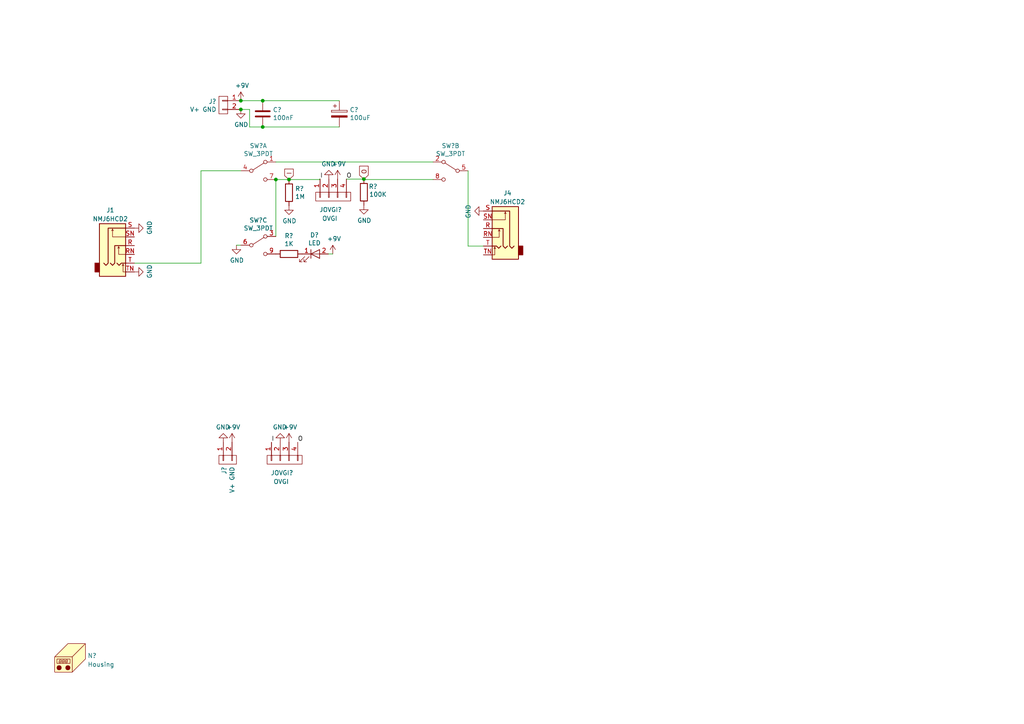
<source format=kicad_sch>
(kicad_sch (version 20230121) (generator eeschema)
  (paper "A4")
  (lib_symbols
    (symbol "1590B-rescue:C-device" (pin_numbers hide) (pin_names (offset 0.254))
      (property "Reference" "C" (at 0.635 2.54 0))
      (property "Value" "device:C" (at 0.635 -2.54 0))
      (symbol "C-device_0_1"
        (polyline (pts (xy -2.032 -0.762) (xy 2.032 -0.762)) (stroke (width 0.508)))
        (polyline (pts (xy -2.032 0.762) (xy 2.032 0.762)) (stroke (width 0.508)))
      )
      (symbol "C-device_1_1"
        (pin passive line (at 0 3.81 270) (length 2.794) (name "~") (number "1"))
        (pin passive line (at 0 -3.81 90) (length 2.794) (name "~") (number "2"))
      )
    )
    (symbol "1590B-rescue:CONN_01X02-conn" (pin_names (offset 1.016) hide)
      (property "Reference" "J" (at 0 3.81 0))
      (property "Value" "conn:CONN_01X02" (at 2.54 0 90))
      (symbol "CONN_01X02-conn_0_1"
        (rectangle (start -1.27 -1.143) (end 0.254 -1.397))
        (rectangle (start -1.27 1.397) (end 0.254 1.143))
        (rectangle (start -1.27 2.54) (end 1.27 -2.54))
      )
      (symbol "CONN_01X02-conn_1_1"
        (pin passive line (at -5.08 1.27 0) (length 3.81) (name "P1") (number "1"))
        (pin passive line (at -5.08 -1.27 0) (length 3.81) (name "P2") (number "2"))
      )
    )
    (symbol "1590B-rescue:CONN_01X04-conn" (pin_names (offset 1.016) hide)
      (property "Reference" "J" (at 0 6.35 0))
      (property "Value" "conn:CONN_01X04" (at 2.54 0 90))
      (symbol "CONN_01X04-conn_0_1"
        (rectangle (start -1.27 -3.683) (end 0.254 -3.937))
        (rectangle (start -1.27 -1.143) (end 0.254 -1.397))
        (rectangle (start -1.27 1.397) (end 0.254 1.143))
        (rectangle (start -1.27 3.937) (end 0.254 3.683))
        (rectangle (start -1.27 5.08) (end 1.27 -5.08))
      )
      (symbol "CONN_01X04-conn_1_1"
        (pin passive line (at -5.08 3.81 0) (length 3.81) (name "P1") (number "1"))
        (pin passive line (at -5.08 1.27 0) (length 3.81) (name "P2") (number "2"))
        (pin passive line (at -5.08 -1.27 0) (length 3.81) (name "P3") (number "3"))
        (pin passive line (at -5.08 -3.81 0) (length 3.81) (name "P4") (number "4"))
      )
    )
    (symbol "1590B-rescue:CP-device" (pin_numbers hide) (pin_names (offset 0.254))
      (property "Reference" "C" (at 0.635 2.54 0))
      (property "Value" "device:CP" (at 0.635 -2.54 0))
      (symbol "CP-device_0_1"
        (rectangle (start -2.286 0.508) (end -2.286 1.016))
        (rectangle (start -2.286 0.508) (end 2.286 0.508))
        (polyline (pts (xy -1.778 2.286) (xy -0.762 2.286)))
        (polyline (pts (xy -1.27 2.794) (xy -1.27 1.778)))
        (rectangle (start 2.286 -0.508) (end -2.286 -1.016) (fill (type outline)))
        (rectangle (start 2.286 1.016) (end -2.286 1.016))
        (rectangle (start 2.286 1.016) (end 2.286 0.508))
      )
      (symbol "CP-device_1_1"
        (pin passive line (at 0 3.81 270) (length 2.794) (name "~") (number "1"))
        (pin passive line (at 0 -3.81 90) (length 2.794) (name "~") (number "2"))
      )
    )
    (symbol "1590B-rescue:LED-device" (pin_names (offset 1.016) hide)
      (property "Reference" "D" (at 0 2.54 0))
      (property "Value" "device:LED" (at 0 -2.54 0))
      (symbol "LED-device_0_1"
        (polyline (pts (xy -1.27 -1.27) (xy -1.27 1.27)) (stroke (width 0.2032)))
        (polyline (pts (xy -1.27 0) (xy 1.27 0)))
        (polyline (pts (xy 1.27 -1.27) (xy 1.27 1.27) (xy -1.27 0) (xy 1.27 -1.27)) (stroke (width 0.2032)))
        (polyline (pts (xy -3.048 -0.762) (xy -4.572 -2.286) (xy -3.81 -2.286) (xy -4.572 -2.286) (xy -4.572 -1.524)))
        (polyline (pts (xy -1.778 -0.762) (xy -3.302 -2.286) (xy -2.54 -2.286) (xy -3.302 -2.286) (xy -3.302 -1.524)))
      )
      (symbol "LED-device_1_1"
        (pin passive line (at -3.81 0 0) (length 2.54) (name "K") (number "1"))
        (pin passive line (at 3.81 0 180) (length 2.54) (name "A") (number "2"))
      )
    )
    (symbol "1590B-rescue:R-device" (pin_numbers hide) (pin_names (offset 0))
      (property "Reference" "R" (at 2.032 0 90))
      (property "Value" "device:R" (at 0 0 90))
      (symbol "R-device_0_1"
        (rectangle (start -1.016 -2.54) (end 1.016 2.54) (stroke (width 0.254)))
      )
      (symbol "R-device_1_1"
        (pin passive line (at 0 3.81 270) (length 1.27) (name "~") (number "1"))
        (pin passive line (at 0 -3.81 90) (length 1.27) (name "~") (number "2"))
      )
    )
    (symbol "1590B-rescue:SW_3PDT-switches" (pin_names (offset 0) hide)
      (property "Reference" "SW" (at 0 4.318 0))
      (property "Value" "switches:SW_3PDT" (at 0 -5.08 0))
      (symbol "SW_3PDT-switches_0_0"
        (circle (center -2.032 0) (radius 0.508))
        (circle (center 2.032 -2.54) (radius 0.508))
      )
      (symbol "SW_3PDT-switches_0_1"
        (polyline (pts (xy -1.524 0.254) (xy 1.651 2.286)))
        (circle (center 2.032 2.54) (radius 0.508))
      )
      (symbol "SW_3PDT-switches_1_1"
        (pin passive line (at 5.08 2.54 180) (length 2.54) (name "A") (number "1"))
        (pin passive line (at -5.08 0 0) (length 2.54) (name "B") (number "4"))
        (pin passive line (at 5.08 -2.54 180) (length 2.54) (name "C") (number "7"))
      )
      (symbol "SW_3PDT-switches_2_1"
        (pin passive line (at 5.08 2.54 180) (length 2.54) (name "A") (number "2"))
        (pin passive line (at -5.08 0 0) (length 2.54) (name "B") (number "5"))
        (pin passive line (at 5.08 -2.54 180) (length 2.54) (name "C") (number "8"))
      )
      (symbol "SW_3PDT-switches_3_1"
        (pin passive line (at 5.08 2.54 180) (length 2.54) (name "A") (number "3"))
        (pin passive line (at -5.08 0 0) (length 2.54) (name "B") (number "6"))
        (pin passive line (at 5.08 -2.54 180) (length 2.54) (name "C") (number "9"))
      )
    )
    (symbol "Connector_Audio:NMJ6HCD2"
      (property "Reference" "J" (at 0 11.43 0))
      (property "Value" "NMJ6HCD2" (at 0 8.89 0))
      (symbol "NMJ6HCD2_0_1"
        (rectangle (start -5.08 -5.08) (end -6.35 -7.62) (stroke (width 0.254)) (fill (type outline)))
        (polyline (pts (xy -1.27 4.826) (xy -1.016 4.318)))
        (polyline (pts (xy 0.508 -0.254) (xy 0.762 -0.762)))
        (polyline (pts (xy 1.778 -5.334) (xy 2.032 -5.842)))
        (polyline (pts (xy 0 -5.08) (xy 0.635 -5.715) (xy 1.27 -5.08) (xy 2.54 -5.08)) (stroke (width 0.254)))
        (polyline (pts (xy 2.54 -7.62) (xy 1.778 -7.62) (xy 1.778 -5.334) (xy 1.524 -5.842)))
        (polyline (pts (xy 2.54 -2.54) (xy 0.508 -2.54) (xy 0.508 -0.254) (xy 0.254 -0.762)))
        (polyline (pts (xy 2.54 2.54) (xy -1.27 2.54) (xy -1.27 4.826) (xy -1.524 4.318)))
        (polyline (pts (xy -1.905 -5.08) (xy -1.27 -5.715) (xy -0.635 -5.08) (xy -0.635 0) (xy 2.54 0)) (stroke (width 0.254)))
        (polyline (pts (xy 2.54 5.08) (xy -2.54 5.08) (xy -2.54 -5.08) (xy -3.175 -5.715) (xy -3.81 -5.08)) (stroke (width 0.254)))
        (rectangle (start 2.54 6.35) (end -5.08 -8.89) (stroke (width 0.254)) (fill (type background)))
      )
      (symbol "NMJ6HCD2_1_1"
        (pin passive line (at 5.08 0 180) (length 2.54) (name "~") (number "R"))
        (pin passive line (at 5.08 -2.54 180) (length 2.54) (name "~") (number "RN"))
        (pin passive line (at 5.08 5.08 180) (length 2.54) (name "~") (number "S"))
        (pin passive line (at 5.08 2.54 180) (length 2.54) (name "~") (number "SN"))
        (pin passive line (at 5.08 -5.08 180) (length 2.54) (name "~") (number "T"))
        (pin passive line (at 5.08 -7.62 180) (length 2.54) (name "~") (number "TN"))
      )
    )
    (symbol "Mechanical:Housing" (pin_names (offset 1.016))
      (property "Reference" "N" (at 3.81 0 0))
      (property "Value" "Housing" (at 3.81 -1.905 0))
      (symbol "Housing_0_1"
        (rectangle (start -5.08 -0.635) (end -1.27 -1.905))
        (circle (center -4.445 -3.175) (radius 0.635) (fill (type outline)))
        (circle (center -1.905 -3.175) (radius 0.635) (fill (type outline)))
        (polyline (pts (xy -4.5212 -1.5748) (xy -4.4704 -1.3716)))
        (polyline (pts (xy -4.4196 -1.6764) (xy -4.064 -1.6764)))
        (polyline (pts (xy -4.4196 -1.2192) (xy -4.3688 -0.9652)))
        (polyline (pts (xy -4.318 -1.3208) (xy -4.0132 -1.3208)))
        (polyline (pts (xy -4.2164 -0.9144) (xy -3.9116 -0.9144)))
        (polyline (pts (xy -3.9116 -1.6256) (xy -3.8608 -1.3716)))
        (polyline (pts (xy -3.81 -1.2192) (xy -3.7592 -0.9652)))
        (polyline (pts (xy -3.6068 -1.5748) (xy -3.556 -1.3716)))
        (polyline (pts (xy -3.5052 -1.6764) (xy -3.1496 -1.6764)))
        (polyline (pts (xy -3.5052 -1.2192) (xy -3.4544 -0.9652)))
        (polyline (pts (xy -3.4036 -1.3208) (xy -3.0988 -1.3208)))
        (polyline (pts (xy -3.302 -0.9144) (xy -2.9972 -0.9144)))
        (polyline (pts (xy -2.9972 -1.6256) (xy -2.9464 -1.3716)))
        (polyline (pts (xy -2.8956 -1.2192) (xy -2.8448 -0.9652)))
        (polyline (pts (xy -2.6924 -1.5748) (xy -2.6416 -1.3716)))
        (polyline (pts (xy -2.5908 -1.6764) (xy -2.2352 -1.6764)))
        (polyline (pts (xy -2.5908 -1.2192) (xy -2.54 -0.9652)))
        (polyline (pts (xy -2.4892 -1.3208) (xy -2.1844 -1.3208)))
        (polyline (pts (xy -2.3876 -0.9144) (xy -2.0828 -0.9144)))
        (polyline (pts (xy -2.0828 -1.6256) (xy -2.032 -1.3716)))
        (polyline (pts (xy -1.9812 -1.2192) (xy -1.9304 -0.9652)))
        (polyline (pts (xy -0.635 0) (xy -0.635 -4.445)))
        (polyline (pts (xy -5.715 0) (xy -0.635 0) (xy 3.175 3.81)))
        (polyline (pts (xy -5.715 0) (xy -5.715 -4.445) (xy -0.635 -4.445) (xy 3.175 -0.635) (xy 3.175 3.81) (xy -1.905 3.81) (xy -5.715 0)) (fill (type background)))
      )
    )
    (symbol "power:+9V" (power) (pin_names (offset 0))
      (property "Value" "+9V" (at 0 3.556 0))
      (symbol "+9V_0_1"
        (polyline (pts (xy -0.762 1.27) (xy 0 2.54)))
        (polyline (pts (xy 0 0) (xy 0 2.54)))
        (polyline (pts (xy 0 2.54) (xy 0.762 1.27)))
      )
      (symbol "+9V_1_1"
        (pin power_in line (at 0 0 90) (length 0) hide (name "+9V") (number "1"))
      )
    )
    (symbol "power:GND" (power) (pin_names (offset 0))
      (property "Value" "GND" (at 0 -3.81 0))
      (symbol "GND_0_1"
        (polyline (pts (xy 0 0) (xy 0 -1.27) (xy 1.27 -1.27) (xy 0 -2.54) (xy -1.27 -1.27) (xy 0 -1.27)))
      )
      (symbol "GND_1_1"
        (pin power_in line (at 0 0 270) (length 0) hide (name "GND") (number "1"))
      )
    )
  )
  (junction (at 76.2 36.83))
  (junction (at 105.537 51.943))
  (junction (at 80.01 52.07))
  (junction (at 83.82 52.07))
  (junction (at 69.85 31.75))
  (junction (at 69.85 29.21))
  (junction (at 76.2 29.21))
  (wire (pts (xy 72.39 36.83) (xy 76.2 36.83)))
  (wire (pts (xy 80.01 52.07) (xy 83.82 52.07)))
  (wire (pts (xy 92.71 52.07) (xy 83.82 52.07)))
  (wire (pts (xy 72.39 31.75) (xy 72.39 36.83)))
  (wire (pts (xy 69.85 71.12) (xy 68.58 71.12)))
  (wire (pts (xy 69.85 31.75) (xy 72.39 31.75)))
  (wire (pts (xy 105.791 51.943) (xy 105.537 51.943)))
  (wire (pts (xy 135.763 71.374) (xy 135.763 49.53)))
  (wire (pts (xy 58.293 76.327) (xy 58.293 49.53)))
  (wire (pts (xy 92.71 51.943) (xy 92.71 52.07)))
  (wire (pts (xy 80.01 52.07) (xy 80.01 68.58)))
  (wire (pts (xy 80.01 46.99) (xy 125.603 46.99)))
  (wire (pts (xy 140.208 71.374) (xy 135.763 71.374)))
  (wire (pts (xy 38.989 76.327) (xy 58.293 76.327)))
  (wire (pts (xy 58.293 49.53) (xy 69.85 49.53)))
  (wire (pts (xy 92.71 51.943) (xy 92.837 51.943)))
  (wire (pts (xy 76.2 36.83) (xy 98.425 36.83)))
  (wire (pts (xy 100.457 51.943) (xy 105.537 51.943)))
  (wire (pts (xy 98.425 29.21) (xy 76.2 29.21)))
  (wire (pts (xy 76.2 29.21) (xy 69.85 29.21)))
  (wire (pts (xy 95.25 73.66) (xy 96.52 73.66)))
  (wire (pts (xy 105.791 52.07) (xy 105.791 51.943)))
  (wire (pts (xy 105.791 52.07) (xy 125.603 52.07)))
  (label "O" (at 100.457 51.943 0))
  (label "I" (at 92.837 51.943 0))
  (label "I" (at 78.74 128.27 0))
  (label "O" (at 86.36 128.27 0))
  (global_label "I" (shape input) (at 83.82 52.07 90) (property "Intersheetrefs" "${INTERSHEET_REFS}" (effects hide)))
  (global_label "O" (shape input) (at 105.537 51.943 90) (property "Intersheetrefs" "${INTERSHEET_REFS}" (effects hide)))
  (symbol (lib_id "power:GND") (at 38.989 78.867 90) (unit 1)
    (property "Reference" "#PWR?" (effects hide))
    (property "Value" "GND" (at 43.3832 78.74 0))
    (instances (project "little-angel-v3-SMD" (path "" (reference "#PWR?") (unit 1)) (path "" (reference "#PWR011") (unit 1))))
  )
  (symbol (lib_id "power:GND") (at 140.208 61.214 270) (unit 1)
    (property "Reference" "#PWR?" (effects hide))
    (property "Value" "GND" (at 135.8138 61.341 0))
    (instances (project "little-angel-v3-SMD" (path "" (reference "#PWR?") (unit 1)) (path "" (reference "#PWR012") (unit 1))))
  )
  (symbol (lib_id "1590B-rescue:R-device") (at 83.82 55.88 0) (unit 1)
    (property "Reference" "R?" (at 85.598 54.7116 0) (effects (justify left)))
    (property "Value" "1M" (at 85.598 57.023 0) (effects (justify left)))
    (property "Footprint" "Resistor_SMD:R_0805_2012Metric_Pad1.20x1.40mm_HandSolder" (effects hide))
    (instances (project "little-angel-v3-SMD" (path "" (reference "R?") (unit 1)) (path "" (reference "R25") (unit 1))))
  )
  (symbol (lib_id "1590B-rescue:R-device") (at 105.537 55.753 0) (unit 1)
    (property "Reference" "R?" (at 106.934 54.102 0) (effects (justify left)))
    (property "Value" "100K" (at 107.061 56.388 0) (effects (justify left)))
    (property "Footprint" "Resistor_SMD:R_0805_2012Metric_Pad1.20x1.40mm_HandSolder" (effects hide))
    (instances (project "little-angel-v3-SMD" (path "" (reference "R?") (unit 1)) (path "" (reference "R27") (unit 1))))
  )
  (symbol (lib_id "power:GND") (at 38.989 66.167 90) (unit 1)
    (property "Reference" "#PWR?" (effects hide))
    (property "Value" "GND" (at 43.3832 66.04 0))
    (instances (project "little-angel-v3-SMD" (path "" (reference "#PWR?") (unit 1)) (path "" (reference "#PWR06") (unit 1))))
  )
  (symbol (lib_id "1590B-rescue:C-device") (at 76.2 33.02 180) (unit 1)
    (property "Reference" "C?" (at 79.121 31.8516 0) (effects (justify right)))
    (property "Value" "100nF" (at 79.121 34.163 0) (effects (justify right)))
    (property "Footprint" "Capacitor_SMD:C_0805_2012Metric_Pad1.18x1.45mm_HandSolder" (effects hide))
    (instances (project "little-angel-v3-SMD" (path "" (reference "C?") (unit 1)) (path "" (reference "C18") (unit 1))))
  )
  (symbol (lib_id "1590B-rescue:CONN_01X04-conn") (at 82.55 133.35 90) (mirror x) (unit 1)
    (property "Reference" "JOVGI?" (at 85.09 137.16 90) (effects (justify left)))
    (property "Value" "OVGI" (at 83.82 139.7 90) (effects (justify left)))
    (property "Footprint" "Pin_Headers:Pin_Header_Straight_1x04_Pitch2.54mm" (effects hide))
    (instances (project "little-angel-v3-SMD" (path "" (reference "JOVGI?") (unit 1)) (path "" (reference "JOVGI1") (unit 1))))
  )
  (symbol (lib_id "power:GND") (at 83.82 59.69 0) (unit 1)
    (property "Reference" "#PWR?" (effects hide))
    (property "Value" "GND" (at 83.947 64.0842 0))
    (instances (project "little-angel-v3-SMD" (path "" (reference "#PWR?") (unit 1)) (path "" (reference "#PWR032") (unit 1))))
  )
  (symbol (lib_id "1590B-rescue:SW_3PDT-switches") (at 74.93 71.12 0) (unit 3)
    (property "Reference" "SW?" (at 74.93 63.881 0))
    (property "Value" "SW_3PDT" (at 74.93 66.1924 0))
    (property "Footprint" "KiCad Lib:3PDT-Footswitch" (effects hide))
    (instances (project "little-angel-v3-SMD" (path "" (reference "SW?") (unit 3)) (path "" (reference "SW1") (unit 3))))
  )
  (symbol (lib_id "power:GND") (at 64.77 128.27 180) (unit 1)
    (property "Reference" "#PWR?" (effects hide))
    (property "Value" "GND" (at 64.643 123.8758 0))
    (instances (project "little-angel-v3-SMD" (path "" (reference "#PWR?") (unit 1)) (path "" (reference "#PWR024") (unit 1))))
  )
  (symbol (lib_id "power:+9V") (at 96.52 73.66 0) (unit 1)
    (property "Reference" "#PWR?" (effects hide))
    (property "Value" "+9V" (at 96.901 69.2658 0))
    (instances (project "little-angel-v3-SMD" (path "" (reference "#PWR?") (unit 1)) (path "" (reference "#PWR036") (unit 1))))
  )
  (symbol (lib_id "Mechanical:Housing") (at 21.59 190.5 0) (unit 1)
    (property "Reference" "N?" (at 25.4 190.1825 0) (effects (justify left)))
    (property "Value" "Housing" (at 25.4 192.7225 0) (effects (justify left)))
    (property "Footprint" "Pedal-Components:1590B" (effects hide))
    (instances (project "little-angel-v3-SMD" (path "" (reference "N?") (unit 1)) (path "" (reference "N1") (unit 1))))
  )
  (symbol (lib_id "power:+9V") (at 67.31 128.27 0) (unit 1)
    (property "Reference" "#PWR?" (effects hide))
    (property "Value" "+9V" (at 67.691 123.8758 0))
    (instances (project "little-angel-v3-SMD" (path "" (reference "#PWR?") (unit 1)) (path "" (reference "#PWR025") (unit 1))))
  )
  (symbol (lib_id "power:+9V") (at 69.85 29.21 0) (unit 1)
    (property "Reference" "#PWR?" (effects hide))
    (property "Value" "+9V" (at 70.231 24.8158 0))
    (instances (project "little-angel-v3-SMD" (path "" (reference "#PWR?") (unit 1)) (path "" (reference "#PWR027") (unit 1))))
  )
  (symbol (lib_id "1590B-rescue:CONN_01X02-conn") (at 64.77 30.48 0) (mirror y) (unit 1)
    (property "Reference" "J?" (at 62.7888 29.4386 0) (effects (justify left)))
    (property "Value" "V+ GND" (at 62.7888 31.75 0) (effects (justify left)))
    (property "Footprint" "Connector_PinHeader_2.54mm:PinHeader_1x02_P2.54mm_Vertical" (effects hide))
    (instances (project "little-angel-v3-SMD" (path "" (reference "J?") (unit 1)) (path "" (reference "J2") (unit 1))))
  )
  (symbol (lib_id "power:GND") (at 105.537 59.563 0) (unit 1)
    (property "Reference" "#PWR?" (effects hide))
    (property "Value" "GND" (at 105.664 63.9572 0))
    (instances (project "little-angel-v3-SMD" (path "" (reference "#PWR?") (unit 1)) (path "" (reference "#PWR037") (unit 1))))
  )
  (symbol (lib_id "1590B-rescue:R-device") (at 83.82 73.66 270) (unit 1)
    (property "Reference" "R?" (at 83.82 68.4022 90))
    (property "Value" "1K" (at 83.82 70.7136 90))
    (property "Footprint" "Resistor_SMD:R_0805_2012Metric_Pad1.20x1.40mm_HandSolder" (effects hide))
    (instances (project "little-angel-v3-SMD" (path "" (reference "R?") (unit 1)) (path "" (reference "R26") (unit 1))))
  )
  (symbol (lib_id "power:+9V") (at 97.917 51.943 0) (unit 1)
    (property "Reference" "#PWR?" (effects hide))
    (property "Value" "+9V" (at 98.298 47.5488 0))
    (instances (project "little-angel-v3-SMD" (path "" (reference "#PWR?") (unit 1)) (path "" (reference "#PWR035") (unit 1))))
  )
  (symbol (lib_id "1590B-rescue:SW_3PDT-switches") (at 74.93 49.53 0) (unit 1)
    (property "Reference" "SW?" (at 74.93 42.291 0))
    (property "Value" "SW_3PDT" (at 74.93 44.6024 0))
    (property "Footprint" "KiCad Lib:3PDT-Footswitch" (effects hide))
    (instances (project "little-angel-v3-SMD" (path "" (reference "SW?") (unit 1)) (path "" (reference "SW1") (unit 1))))
  )
  (symbol (lib_id "power:+9V") (at 83.82 128.27 0) (unit 1)
    (property "Reference" "#PWR?" (effects hide))
    (property "Value" "+9V" (at 84.201 123.8758 0))
    (instances (project "little-angel-v3-SMD" (path "" (reference "#PWR?") (unit 1)) (path "" (reference "#PWR033") (unit 1))))
  )
  (symbol (lib_id "Connector_Audio:NMJ6HCD2") (at 145.288 66.294 0) (mirror y) (unit 1)
    (property "Reference" "J4" (at 147.193 56.007 0))
    (property "Value" "NMJ6HCD2" (at 147.193 58.547 0))
    (property "Footprint" "Connector_Audio:Jack_6.35mm_Neutrik_NMJ6HCD2_Horizontal" (effects hide))
    (property "Datasheet" "https://www.neutrik.com/en/product/nmj6hcd2" (effects hide))
  )
  (symbol (lib_id "power:GND") (at 81.28 128.27 180) (unit 1)
    (property "Reference" "#PWR?" (effects hide))
    (property "Value" "GND" (at 81.153 123.8758 0))
    (instances (project "little-angel-v3-SMD" (path "" (reference "#PWR?") (unit 1)) (path "" (reference "#PWR031") (unit 1))))
  )
  (symbol (lib_id "power:GND") (at 68.58 71.12 0) (unit 1)
    (property "Reference" "#PWR?" (effects hide))
    (property "Value" "GND" (at 68.707 75.5142 0))
    (instances (project "little-angel-v3-SMD" (path "" (reference "#PWR?") (unit 1)) (path "" (reference "#PWR026") (unit 1))))
  )
  (symbol (lib_id "power:GND") (at 95.377 51.943 180) (unit 1)
    (property "Reference" "#PWR?" (effects hide))
    (property "Value" "GND" (at 95.25 47.5488 0))
    (instances (project "little-angel-v3-SMD" (path "" (reference "#PWR?") (unit 1)) (path "" (reference "#PWR034") (unit 1))))
  )
  (symbol (lib_id "1590B-rescue:CONN_01X02-conn") (at 66.04 133.35 90) (mirror x) (unit 1)
    (property "Reference" "J?" (at 64.9986 135.3312 0) (effects (justify left)))
    (property "Value" "V+ GND" (at 67.31 135.3312 0) (effects (justify left)))
    (property "Footprint" "Connector_PinHeader_2.54mm:PinHeader_1x02_P2.54mm_Vertical" (effects hide))
    (instances (project "little-angel-v3-SMD" (path "" (reference "J?") (unit 1)) (path "" (reference "J3") (unit 1))))
  )
  (symbol (lib_id "1590B-rescue:LED-device") (at 91.44 73.66 0) (unit 1)
    (property "Reference" "D?" (at 91.2114 68.1736 0))
    (property "Value" "LED" (at 91.2114 70.485 0))
    (property "Footprint" "LEDs:LED-5MM" (effects hide))
    (instances (project "little-angel-v3-SMD" (path "" (reference "D?") (unit 1)) (path "" (reference "D1") (unit 1))))
  )
  (symbol (lib_id "Connector_Audio:NMJ6HCD2") (at 33.909 71.247 0) (unit 1)
    (property "Reference" "J1" (at 32.004 60.96 0))
    (property "Value" "NMJ6HCD2" (at 32.004 63.5 0))
    (property "Footprint" "Connector_Audio:Jack_6.35mm_Neutrik_NMJ6HCD2_Horizontal" (effects hide))
    (property "Datasheet" "https://www.neutrik.com/en/product/nmj6hcd2" (effects hide))
  )
  (symbol (lib_id "1590B-rescue:CP-device") (at 98.425 33.02 0) (unit 1)
    (property "Reference" "C?" (at 101.4222 31.8516 0) (effects (justify left)))
    (property "Value" "100uF" (at 101.4222 34.163 0) (effects (justify left)))
    (property "Footprint" "Capacitor_THT:CP_Radial_D5.0mm_P2.50mm" (effects hide))
    (instances (project "little-angel-v3-SMD" (path "" (reference "C?") (unit 1)) (path "" (reference "C19") (unit 1))))
  )
  (symbol (lib_id "power:GND") (at 69.85 31.75 0) (unit 1)
    (property "Reference" "#PWR?" (effects hide))
    (property "Value" "GND" (at 69.977 36.1442 0))
    (instances (project "little-angel-v3-SMD" (path "" (reference "#PWR?") (unit 1)) (path "" (reference "#PWR028") (unit 1))))
  )
  (symbol (lib_id "1590B-rescue:SW_3PDT-switches") (at 130.683 49.53 0) (mirror y) (unit 2)
    (property "Reference" "SW?" (at 130.683 42.291 0))
    (property "Value" "SW_3PDT" (at 130.683 44.6024 0))
    (property "Footprint" "KiCad Lib:3PDT-Footswitch" (effects hide))
    (instances (project "little-angel-v3-SMD" (path "" (reference "SW?") (unit 2)) (path "" (reference "SW1") (unit 2))))
  )
  (symbol (lib_id "1590B-rescue:CONN_01X04-conn") (at 96.647 57.023 90) (mirror x) (unit 1)
    (property "Reference" "JOVGI?" (at 99.187 60.833 90) (effects (justify left)))
    (property "Value" "OVGI" (at 97.917 63.373 90) (effects (justify left)))
    (property "Footprint" "Pin_Headers:Pin_Header_Straight_1x04_Pitch2.54mm" (effects hide))
    (instances (project "little-angel-v3-SMD" (path "" (reference "JOVGI?") (unit 1)) (path "" (reference "JOVGI2") (unit 1))))
  )
)
</source>
